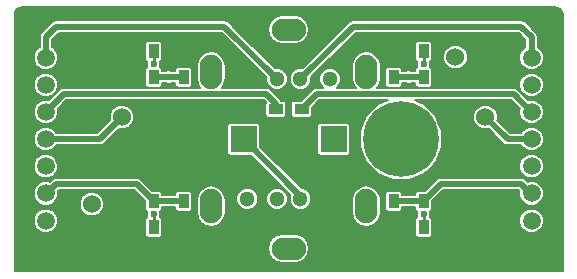
<source format=gtl>
G04 #@! TF.FileFunction,Copper,L1,Top,Signal*
%FSLAX46Y46*%
G04 Gerber Fmt 4.6, Leading zero omitted, Abs format (unit mm)*
G04 Created by KiCad (PCBNEW (2016-03-06 BZR 6610)-product) date 2016 April 20, Wednesday 18:41:49*
%MOMM*%
G01*
G04 APERTURE LIST*
%ADD10C,0.100000*%
%ADD11R,0.900000X1.200000*%
%ADD12C,1.300000*%
%ADD13O,1.900000X2.900000*%
%ADD14O,2.900000X1.900000*%
%ADD15C,6.400000*%
%ADD16C,0.600000*%
%ADD17C,1.524000*%
%ADD18C,1.500000*%
%ADD19R,1.200000X0.900000*%
%ADD20R,2.235200X2.235200*%
%ADD21C,0.500000*%
%ADD22C,0.250000*%
%ADD23C,0.152400*%
G04 APERTURE END LIST*
D10*
D11*
X138570000Y-105250000D03*
X138570000Y-107450000D03*
X141110000Y-107450000D03*
X141110000Y-105250000D03*
X158890000Y-105250000D03*
X158890000Y-107450000D03*
X161430000Y-107450000D03*
X161430000Y-105250000D03*
X138570000Y-94750000D03*
X138570000Y-92550000D03*
X141110000Y-92550000D03*
X141110000Y-94750000D03*
X158890000Y-94750000D03*
X158890000Y-92550000D03*
X161430000Y-92550000D03*
X161430000Y-94750000D03*
D12*
X146500000Y-94920000D03*
X149000000Y-94920000D03*
X151000000Y-94920000D03*
X153500000Y-94920000D03*
D13*
X143430000Y-94320000D03*
X156570000Y-94320000D03*
D14*
X150000000Y-90740000D03*
D15*
X159525000Y-100000000D03*
D16*
X161925000Y-100000000D03*
X161222056Y-101697056D03*
X159525000Y-102400000D03*
X157827944Y-101697056D03*
X157125000Y-100000000D03*
X157827944Y-98302944D03*
X159525000Y-97600000D03*
X161222056Y-98302944D03*
D15*
X140475000Y-100000000D03*
D16*
X142875000Y-100000000D03*
X142172056Y-101697056D03*
X140475000Y-102400000D03*
X138777944Y-101697056D03*
X138075000Y-100000000D03*
X138777944Y-98302944D03*
X140475000Y-97600000D03*
X142172056Y-98302944D03*
D17*
X133335000Y-93054000D03*
X135875000Y-98134000D03*
X133335000Y-105500000D03*
X164125000Y-93054000D03*
X166665000Y-98134000D03*
X164125000Y-105500000D03*
D18*
X129435000Y-93100000D03*
X129435000Y-95400000D03*
X129435000Y-97700000D03*
X129435000Y-100000000D03*
X129435000Y-102300000D03*
X129435000Y-104600000D03*
X129435000Y-106900000D03*
X170565000Y-93100000D03*
X170565000Y-95400000D03*
X170565000Y-97700000D03*
X170565000Y-100000000D03*
X170565000Y-102300000D03*
X170565000Y-104600000D03*
X170565000Y-106900000D03*
D19*
X151100000Y-97460000D03*
X148900000Y-97460000D03*
D20*
X146190000Y-100000000D03*
X153810000Y-100000000D03*
D12*
X153500000Y-105080000D03*
X151000000Y-105080000D03*
X149000000Y-105080000D03*
X146500000Y-105080000D03*
D13*
X156570000Y-105680000D03*
X143430000Y-105680000D03*
D14*
X150000000Y-109260000D03*
D16*
X161430000Y-106350000D03*
X138570000Y-106350000D03*
X138570000Y-93650000D03*
X161430000Y-93650000D03*
X139840000Y-94750000D03*
X160160000Y-94750000D03*
D21*
X140475000Y-100000000D02*
X141745000Y-100000000D01*
X141745000Y-100000000D02*
X144920000Y-103175000D01*
X144920000Y-103175000D02*
X144920000Y-107620000D01*
X153500000Y-105080000D02*
X153500000Y-107620000D01*
X153500000Y-107620000D02*
X153810000Y-107620000D01*
X158890000Y-107450000D02*
X158425000Y-107450000D01*
X158255000Y-107620000D02*
X153810000Y-107620000D01*
X153810000Y-107620000D02*
X144920000Y-107620000D01*
X144920000Y-107620000D02*
X141280000Y-107620000D01*
X158425000Y-107450000D02*
X158255000Y-107620000D01*
X141280000Y-107620000D02*
X141110000Y-107450000D01*
D22*
X141110000Y-92550000D02*
X141575000Y-92550000D01*
X143650000Y-91745000D02*
X146500000Y-94595000D01*
X142380000Y-91745000D02*
X143650000Y-91745000D01*
X141575000Y-92550000D02*
X142380000Y-91745000D01*
X146500000Y-94595000D02*
X146500000Y-94920000D01*
X164125000Y-105500000D02*
X164125000Y-108890000D01*
X164125000Y-108890000D02*
X163970000Y-108890000D01*
X158890000Y-107450000D02*
X158890000Y-108255000D01*
X158890000Y-91745000D02*
X158890000Y-92550000D01*
X159525000Y-91110000D02*
X158890000Y-91745000D01*
X165240000Y-91110000D02*
X159525000Y-91110000D01*
X168415000Y-94285000D02*
X165240000Y-91110000D01*
X171590000Y-94285000D02*
X168415000Y-94285000D01*
X172225000Y-94920000D02*
X171590000Y-94285000D01*
X172225000Y-108255000D02*
X172225000Y-94920000D01*
X171590000Y-108890000D02*
X172225000Y-108255000D01*
X159525000Y-108890000D02*
X163970000Y-108890000D01*
X163970000Y-108890000D02*
X171590000Y-108890000D01*
X158890000Y-108255000D02*
X159525000Y-108890000D01*
X141110000Y-92550000D02*
X141110000Y-91745000D01*
X135279000Y-91110000D02*
X133335000Y-93054000D01*
X140475000Y-91110000D02*
X135279000Y-91110000D01*
X141110000Y-91745000D02*
X140475000Y-91110000D01*
X141110000Y-107450000D02*
X141110000Y-108890000D01*
X132104000Y-94285000D02*
X133335000Y-93054000D01*
X128410000Y-94285000D02*
X132104000Y-94285000D01*
X127775000Y-94920000D02*
X128410000Y-94285000D01*
X127775000Y-108890000D02*
X127775000Y-94920000D01*
X128410000Y-109525000D02*
X127775000Y-108890000D01*
X140475000Y-109525000D02*
X128410000Y-109525000D01*
X141110000Y-108890000D02*
X140475000Y-109525000D01*
D21*
X151000000Y-105080000D02*
X151000000Y-104810000D01*
X151000000Y-104810000D02*
X146190000Y-100000000D01*
X129435000Y-93100000D02*
X129435000Y-91355000D01*
X144555000Y-90475000D02*
X149000000Y-94920000D01*
X130315000Y-90475000D02*
X144555000Y-90475000D01*
X129435000Y-91355000D02*
X130315000Y-90475000D01*
X170565000Y-93100000D02*
X170565000Y-91355000D01*
X155445000Y-90475000D02*
X151000000Y-94920000D01*
X169685000Y-90475000D02*
X155445000Y-90475000D01*
X170565000Y-91355000D02*
X169685000Y-90475000D01*
D22*
X161430000Y-107450000D02*
X161430000Y-106350000D01*
X138570000Y-106350000D02*
X138570000Y-107450000D01*
X138570000Y-92550000D02*
X138570000Y-93650000D01*
X161430000Y-92550000D02*
X161430000Y-93650000D01*
D21*
X129435000Y-104600000D02*
X129525000Y-104600000D01*
X129525000Y-104600000D02*
X130315000Y-103810000D01*
X130315000Y-103810000D02*
X137130000Y-103810000D01*
X137130000Y-103810000D02*
X138570000Y-105250000D01*
X138570000Y-105250000D02*
X141110000Y-105250000D01*
X170565000Y-104600000D02*
X170475000Y-104600000D01*
X170475000Y-104600000D02*
X169685000Y-103810000D01*
X169685000Y-103810000D02*
X162870000Y-103810000D01*
X162870000Y-103810000D02*
X161430000Y-105250000D01*
X158890000Y-105250000D02*
X161430000Y-105250000D01*
X138570000Y-94750000D02*
X139840000Y-94750000D01*
X139840000Y-94750000D02*
X141110000Y-94750000D01*
X158890000Y-94750000D02*
X160160000Y-94750000D01*
X160160000Y-94750000D02*
X161430000Y-94750000D01*
X129435000Y-100000000D02*
X134009000Y-100000000D01*
X134009000Y-100000000D02*
X135875000Y-98134000D01*
X170565000Y-100000000D02*
X168531000Y-100000000D01*
X168531000Y-100000000D02*
X166665000Y-98134000D01*
X170565000Y-97700000D02*
X170560000Y-97700000D01*
X170560000Y-97700000D02*
X169050000Y-96190000D01*
X169050000Y-96190000D02*
X152370000Y-96190000D01*
X152370000Y-96190000D02*
X151100000Y-97460000D01*
X129435000Y-97700000D02*
X129440000Y-97700000D01*
X129440000Y-97700000D02*
X130950000Y-96190000D01*
X130950000Y-96190000D02*
X148095000Y-96190000D01*
X148095000Y-96190000D02*
X148900000Y-96995000D01*
X148900000Y-96995000D02*
X148900000Y-97460000D01*
D23*
G36*
X172765161Y-88859845D02*
X172989954Y-89010047D01*
X173140155Y-89234838D01*
X173198800Y-89529668D01*
X173198800Y-111198800D01*
X126801200Y-111198800D01*
X126801200Y-109260000D01*
X148239982Y-109260000D01*
X148333321Y-109729246D01*
X148599128Y-110127054D01*
X148996936Y-110392861D01*
X149466182Y-110486200D01*
X150533818Y-110486200D01*
X151003064Y-110392861D01*
X151400872Y-110127054D01*
X151666679Y-109729246D01*
X151760018Y-109260000D01*
X151666679Y-108790754D01*
X151400872Y-108392946D01*
X151003064Y-108127139D01*
X150533818Y-108033800D01*
X149466182Y-108033800D01*
X148996936Y-108127139D01*
X148599128Y-108392946D01*
X148333321Y-108790754D01*
X148239982Y-109260000D01*
X126801200Y-109260000D01*
X126801200Y-107103228D01*
X128408623Y-107103228D01*
X128564523Y-107480536D01*
X128852946Y-107769462D01*
X129229981Y-107926021D01*
X129638228Y-107926377D01*
X130015536Y-107770477D01*
X130304462Y-107482054D01*
X130461021Y-107105019D01*
X130461377Y-106696772D01*
X130305477Y-106319464D01*
X130017054Y-106030538D01*
X129640019Y-105873979D01*
X129231772Y-105873623D01*
X128854464Y-106029523D01*
X128565538Y-106317946D01*
X128408979Y-106694981D01*
X128408623Y-107103228D01*
X126801200Y-107103228D01*
X126801200Y-105705605D01*
X132296620Y-105705605D01*
X132454343Y-106087325D01*
X132746139Y-106379630D01*
X133127583Y-106538020D01*
X133540605Y-106538380D01*
X133922325Y-106380657D01*
X134214630Y-106088861D01*
X134373020Y-105707417D01*
X134373380Y-105294395D01*
X134215657Y-104912675D01*
X133923861Y-104620370D01*
X133542417Y-104461980D01*
X133129395Y-104461620D01*
X132747675Y-104619343D01*
X132455370Y-104911139D01*
X132296980Y-105292583D01*
X132296620Y-105705605D01*
X126801200Y-105705605D01*
X126801200Y-104803228D01*
X128408623Y-104803228D01*
X128564523Y-105180536D01*
X128852946Y-105469462D01*
X129229981Y-105626021D01*
X129638228Y-105626377D01*
X130015536Y-105470477D01*
X130304462Y-105182054D01*
X130461021Y-104805019D01*
X130461367Y-104407792D01*
X130532959Y-104336200D01*
X136912040Y-104336200D01*
X137838389Y-105262548D01*
X137838389Y-105850000D01*
X137859825Y-105957768D01*
X137920871Y-106049129D01*
X138012232Y-106110175D01*
X138043133Y-106116321D01*
X137993901Y-106234884D01*
X137993701Y-106464110D01*
X138043108Y-106583684D01*
X138012232Y-106589825D01*
X137920871Y-106650871D01*
X137859825Y-106742232D01*
X137838389Y-106850000D01*
X137838389Y-108050000D01*
X137859825Y-108157768D01*
X137920871Y-108249129D01*
X138012232Y-108310175D01*
X138120000Y-108331611D01*
X139020000Y-108331611D01*
X139127768Y-108310175D01*
X139219129Y-108249129D01*
X139280175Y-108157768D01*
X139301611Y-108050000D01*
X139301611Y-106850000D01*
X139280175Y-106742232D01*
X139219129Y-106650871D01*
X139127768Y-106589825D01*
X139096867Y-106583679D01*
X139146099Y-106465116D01*
X139146299Y-106235890D01*
X139096892Y-106116316D01*
X139127768Y-106110175D01*
X139219129Y-106049129D01*
X139280175Y-105957768D01*
X139301611Y-105850000D01*
X139301611Y-105776200D01*
X140378389Y-105776200D01*
X140378389Y-105850000D01*
X140399825Y-105957768D01*
X140460871Y-106049129D01*
X140552232Y-106110175D01*
X140660000Y-106131611D01*
X141560000Y-106131611D01*
X141667768Y-106110175D01*
X141759129Y-106049129D01*
X141820175Y-105957768D01*
X141841611Y-105850000D01*
X141841611Y-105146182D01*
X142203800Y-105146182D01*
X142203800Y-106213818D01*
X142297139Y-106683064D01*
X142562946Y-107080872D01*
X142960754Y-107346679D01*
X143430000Y-107440018D01*
X143899246Y-107346679D01*
X144297054Y-107080872D01*
X144562861Y-106683064D01*
X144656200Y-106213818D01*
X144656200Y-105263424D01*
X145573640Y-105263424D01*
X145714348Y-105603965D01*
X145974665Y-105864736D01*
X146314959Y-106006039D01*
X146683424Y-106006360D01*
X147023965Y-105865652D01*
X147284736Y-105605335D01*
X147426039Y-105265041D01*
X147426040Y-105263424D01*
X148073640Y-105263424D01*
X148214348Y-105603965D01*
X148474665Y-105864736D01*
X148814959Y-106006039D01*
X149183424Y-106006360D01*
X149523965Y-105865652D01*
X149784736Y-105605335D01*
X149926039Y-105265041D01*
X149926360Y-104896576D01*
X149785652Y-104556035D01*
X149525335Y-104295264D01*
X149185041Y-104153961D01*
X148816576Y-104153640D01*
X148476035Y-104294348D01*
X148215264Y-104554665D01*
X148073961Y-104894959D01*
X148073640Y-105263424D01*
X147426040Y-105263424D01*
X147426360Y-104896576D01*
X147285652Y-104556035D01*
X147025335Y-104295264D01*
X146685041Y-104153961D01*
X146316576Y-104153640D01*
X145976035Y-104294348D01*
X145715264Y-104554665D01*
X145573961Y-104894959D01*
X145573640Y-105263424D01*
X144656200Y-105263424D01*
X144656200Y-105146182D01*
X144562861Y-104676936D01*
X144297054Y-104279128D01*
X143899246Y-104013321D01*
X143430000Y-103919982D01*
X142960754Y-104013321D01*
X142562946Y-104279128D01*
X142297139Y-104676936D01*
X142203800Y-105146182D01*
X141841611Y-105146182D01*
X141841611Y-104650000D01*
X141820175Y-104542232D01*
X141759129Y-104450871D01*
X141667768Y-104389825D01*
X141560000Y-104368389D01*
X140660000Y-104368389D01*
X140552232Y-104389825D01*
X140460871Y-104450871D01*
X140399825Y-104542232D01*
X140378389Y-104650000D01*
X140378389Y-104723800D01*
X139301611Y-104723800D01*
X139301611Y-104650000D01*
X139280175Y-104542232D01*
X139219129Y-104450871D01*
X139127768Y-104389825D01*
X139020000Y-104368389D01*
X138432548Y-104368389D01*
X137502080Y-103437920D01*
X137331368Y-103323855D01*
X137130000Y-103283799D01*
X137129995Y-103283800D01*
X130315005Y-103283800D01*
X130315000Y-103283799D01*
X130113632Y-103323855D01*
X129942920Y-103437920D01*
X129942918Y-103437923D01*
X129757909Y-103622931D01*
X129640019Y-103573979D01*
X129231772Y-103573623D01*
X128854464Y-103729523D01*
X128565538Y-104017946D01*
X128408979Y-104394981D01*
X128408623Y-104803228D01*
X126801200Y-104803228D01*
X126801200Y-102503228D01*
X128408623Y-102503228D01*
X128564523Y-102880536D01*
X128852946Y-103169462D01*
X129229981Y-103326021D01*
X129638228Y-103326377D01*
X130015536Y-103170477D01*
X130304462Y-102882054D01*
X130457246Y-102514110D01*
X139898701Y-102514110D01*
X139986237Y-102725964D01*
X140148183Y-102888193D01*
X140359884Y-102976099D01*
X140589110Y-102976299D01*
X140800964Y-102888763D01*
X140963193Y-102726817D01*
X141051099Y-102515116D01*
X141051299Y-102285890D01*
X140963763Y-102074036D01*
X140801817Y-101911807D01*
X140590116Y-101823901D01*
X140360890Y-101823701D01*
X140149036Y-101911237D01*
X139986807Y-102073183D01*
X139898901Y-102284884D01*
X139898701Y-102514110D01*
X130457246Y-102514110D01*
X130461021Y-102505019D01*
X130461377Y-102096772D01*
X130343368Y-101811166D01*
X138201645Y-101811166D01*
X138289181Y-102023020D01*
X138451127Y-102185249D01*
X138662828Y-102273155D01*
X138892054Y-102273355D01*
X139103908Y-102185819D01*
X139266137Y-102023873D01*
X139354043Y-101812172D01*
X139354043Y-101811166D01*
X141595757Y-101811166D01*
X141683293Y-102023020D01*
X141845239Y-102185249D01*
X142056940Y-102273155D01*
X142286166Y-102273355D01*
X142498020Y-102185819D01*
X142660249Y-102023873D01*
X142748155Y-101812172D01*
X142748355Y-101582946D01*
X142660819Y-101371092D01*
X142498873Y-101208863D01*
X142287172Y-101120957D01*
X142057946Y-101120757D01*
X141846092Y-101208293D01*
X141683863Y-101370239D01*
X141595957Y-101581940D01*
X141595757Y-101811166D01*
X139354043Y-101811166D01*
X139354243Y-101582946D01*
X139266707Y-101371092D01*
X139104761Y-101208863D01*
X138893060Y-101120957D01*
X138663834Y-101120757D01*
X138451980Y-101208293D01*
X138289751Y-101370239D01*
X138201845Y-101581940D01*
X138201645Y-101811166D01*
X130343368Y-101811166D01*
X130305477Y-101719464D01*
X130017054Y-101430538D01*
X129640019Y-101273979D01*
X129231772Y-101273623D01*
X128854464Y-101429523D01*
X128565538Y-101717946D01*
X128408979Y-102094981D01*
X128408623Y-102503228D01*
X126801200Y-102503228D01*
X126801200Y-100203228D01*
X128408623Y-100203228D01*
X128564523Y-100580536D01*
X128852946Y-100869462D01*
X129229981Y-101026021D01*
X129638228Y-101026377D01*
X130015536Y-100870477D01*
X130304462Y-100582054D01*
X130327655Y-100526200D01*
X134008995Y-100526200D01*
X134009000Y-100526201D01*
X134210368Y-100486145D01*
X134381080Y-100372080D01*
X134639049Y-100114110D01*
X137498701Y-100114110D01*
X137586237Y-100325964D01*
X137748183Y-100488193D01*
X137959884Y-100576099D01*
X138189110Y-100576299D01*
X138400964Y-100488763D01*
X138563193Y-100326817D01*
X138651099Y-100115116D01*
X138651099Y-100114110D01*
X142298701Y-100114110D01*
X142386237Y-100325964D01*
X142548183Y-100488193D01*
X142759884Y-100576099D01*
X142989110Y-100576299D01*
X143200964Y-100488763D01*
X143363193Y-100326817D01*
X143451099Y-100115116D01*
X143451299Y-99885890D01*
X143363763Y-99674036D01*
X143201817Y-99511807D01*
X142990116Y-99423901D01*
X142760890Y-99423701D01*
X142549036Y-99511237D01*
X142386807Y-99673183D01*
X142298901Y-99884884D01*
X142298701Y-100114110D01*
X138651099Y-100114110D01*
X138651299Y-99885890D01*
X138563763Y-99674036D01*
X138401817Y-99511807D01*
X138190116Y-99423901D01*
X137960890Y-99423701D01*
X137749036Y-99511237D01*
X137586807Y-99673183D01*
X137498901Y-99884884D01*
X137498701Y-100114110D01*
X134639049Y-100114110D01*
X135606502Y-99146657D01*
X135667583Y-99172020D01*
X136080605Y-99172380D01*
X136462325Y-99014657D01*
X136594812Y-98882400D01*
X144790789Y-98882400D01*
X144790789Y-101117600D01*
X144812225Y-101225368D01*
X144873271Y-101316729D01*
X144964632Y-101377775D01*
X145072400Y-101399211D01*
X146845051Y-101399211D01*
X150152253Y-104706412D01*
X150073961Y-104894959D01*
X150073640Y-105263424D01*
X150214348Y-105603965D01*
X150474665Y-105864736D01*
X150814959Y-106006039D01*
X151183424Y-106006360D01*
X151523965Y-105865652D01*
X151784736Y-105605335D01*
X151926039Y-105265041D01*
X151926142Y-105146182D01*
X155343800Y-105146182D01*
X155343800Y-106213818D01*
X155437139Y-106683064D01*
X155702946Y-107080872D01*
X156100754Y-107346679D01*
X156570000Y-107440018D01*
X157039246Y-107346679D01*
X157437054Y-107080872D01*
X157702861Y-106683064D01*
X157796200Y-106213818D01*
X157796200Y-105146182D01*
X157702861Y-104676936D01*
X157684863Y-104650000D01*
X158158389Y-104650000D01*
X158158389Y-105850000D01*
X158179825Y-105957768D01*
X158240871Y-106049129D01*
X158332232Y-106110175D01*
X158440000Y-106131611D01*
X159340000Y-106131611D01*
X159447768Y-106110175D01*
X159539129Y-106049129D01*
X159600175Y-105957768D01*
X159621611Y-105850000D01*
X159621611Y-105776200D01*
X160698389Y-105776200D01*
X160698389Y-105850000D01*
X160719825Y-105957768D01*
X160780871Y-106049129D01*
X160872232Y-106110175D01*
X160903133Y-106116321D01*
X160853901Y-106234884D01*
X160853701Y-106464110D01*
X160903108Y-106583684D01*
X160872232Y-106589825D01*
X160780871Y-106650871D01*
X160719825Y-106742232D01*
X160698389Y-106850000D01*
X160698389Y-108050000D01*
X160719825Y-108157768D01*
X160780871Y-108249129D01*
X160872232Y-108310175D01*
X160980000Y-108331611D01*
X161880000Y-108331611D01*
X161987768Y-108310175D01*
X162079129Y-108249129D01*
X162140175Y-108157768D01*
X162161611Y-108050000D01*
X162161611Y-107103228D01*
X169538623Y-107103228D01*
X169694523Y-107480536D01*
X169982946Y-107769462D01*
X170359981Y-107926021D01*
X170768228Y-107926377D01*
X171145536Y-107770477D01*
X171434462Y-107482054D01*
X171591021Y-107105019D01*
X171591377Y-106696772D01*
X171435477Y-106319464D01*
X171147054Y-106030538D01*
X170770019Y-105873979D01*
X170361772Y-105873623D01*
X169984464Y-106029523D01*
X169695538Y-106317946D01*
X169538979Y-106694981D01*
X169538623Y-107103228D01*
X162161611Y-107103228D01*
X162161611Y-106850000D01*
X162140175Y-106742232D01*
X162079129Y-106650871D01*
X161987768Y-106589825D01*
X161956867Y-106583679D01*
X162006099Y-106465116D01*
X162006299Y-106235890D01*
X161956892Y-106116316D01*
X161987768Y-106110175D01*
X162079129Y-106049129D01*
X162140175Y-105957768D01*
X162161611Y-105850000D01*
X162161611Y-105262549D01*
X163087959Y-104336200D01*
X169467040Y-104336200D01*
X169538968Y-104408127D01*
X169538623Y-104803228D01*
X169694523Y-105180536D01*
X169982946Y-105469462D01*
X170359981Y-105626021D01*
X170768228Y-105626377D01*
X171145536Y-105470477D01*
X171434462Y-105182054D01*
X171591021Y-104805019D01*
X171591377Y-104396772D01*
X171435477Y-104019464D01*
X171147054Y-103730538D01*
X170770019Y-103573979D01*
X170361772Y-103573623D01*
X170242192Y-103623032D01*
X170057080Y-103437920D01*
X169886368Y-103323855D01*
X169685000Y-103283799D01*
X169684995Y-103283800D01*
X162870005Y-103283800D01*
X162870000Y-103283799D01*
X162702042Y-103317209D01*
X162668632Y-103323855D01*
X162497920Y-103437920D01*
X162497918Y-103437923D01*
X161567451Y-104368389D01*
X160980000Y-104368389D01*
X160872232Y-104389825D01*
X160780871Y-104450871D01*
X160719825Y-104542232D01*
X160698389Y-104650000D01*
X160698389Y-104723800D01*
X159621611Y-104723800D01*
X159621611Y-104650000D01*
X159600175Y-104542232D01*
X159539129Y-104450871D01*
X159447768Y-104389825D01*
X159340000Y-104368389D01*
X158440000Y-104368389D01*
X158332232Y-104389825D01*
X158240871Y-104450871D01*
X158179825Y-104542232D01*
X158158389Y-104650000D01*
X157684863Y-104650000D01*
X157437054Y-104279128D01*
X157039246Y-104013321D01*
X156570000Y-103919982D01*
X156100754Y-104013321D01*
X155702946Y-104279128D01*
X155437139Y-104676936D01*
X155343800Y-105146182D01*
X151926142Y-105146182D01*
X151926360Y-104896576D01*
X151785652Y-104556035D01*
X151525335Y-104295264D01*
X151185041Y-104153961D01*
X151088036Y-104153876D01*
X147589211Y-100655051D01*
X147589211Y-98882400D01*
X152410789Y-98882400D01*
X152410789Y-101117600D01*
X152432225Y-101225368D01*
X152493271Y-101316729D01*
X152584632Y-101377775D01*
X152692400Y-101399211D01*
X154927600Y-101399211D01*
X155035368Y-101377775D01*
X155126729Y-101316729D01*
X155187775Y-101225368D01*
X155209211Y-101117600D01*
X155209211Y-98882400D01*
X155187775Y-98774632D01*
X155126729Y-98683271D01*
X155035368Y-98622225D01*
X154927600Y-98600789D01*
X152692400Y-98600789D01*
X152584632Y-98622225D01*
X152493271Y-98683271D01*
X152432225Y-98774632D01*
X152410789Y-98882400D01*
X147589211Y-98882400D01*
X147567775Y-98774632D01*
X147506729Y-98683271D01*
X147415368Y-98622225D01*
X147307600Y-98600789D01*
X145072400Y-98600789D01*
X144964632Y-98622225D01*
X144873271Y-98683271D01*
X144812225Y-98774632D01*
X144790789Y-98882400D01*
X136594812Y-98882400D01*
X136754630Y-98722861D01*
X136881612Y-98417054D01*
X138201645Y-98417054D01*
X138289181Y-98628908D01*
X138451127Y-98791137D01*
X138662828Y-98879043D01*
X138892054Y-98879243D01*
X139103908Y-98791707D01*
X139266137Y-98629761D01*
X139354043Y-98418060D01*
X139354043Y-98417054D01*
X141595757Y-98417054D01*
X141683293Y-98628908D01*
X141845239Y-98791137D01*
X142056940Y-98879043D01*
X142286166Y-98879243D01*
X142498020Y-98791707D01*
X142660249Y-98629761D01*
X142748155Y-98418060D01*
X142748355Y-98188834D01*
X142660819Y-97976980D01*
X142498873Y-97814751D01*
X142287172Y-97726845D01*
X142057946Y-97726645D01*
X141846092Y-97814181D01*
X141683863Y-97976127D01*
X141595957Y-98187828D01*
X141595757Y-98417054D01*
X139354043Y-98417054D01*
X139354243Y-98188834D01*
X139266707Y-97976980D01*
X139104761Y-97814751D01*
X138893060Y-97726845D01*
X138663834Y-97726645D01*
X138451980Y-97814181D01*
X138289751Y-97976127D01*
X138201845Y-98187828D01*
X138201645Y-98417054D01*
X136881612Y-98417054D01*
X136913020Y-98341417D01*
X136913380Y-97928395D01*
X136824840Y-97714110D01*
X139898701Y-97714110D01*
X139986237Y-97925964D01*
X140148183Y-98088193D01*
X140359884Y-98176099D01*
X140589110Y-98176299D01*
X140800964Y-98088763D01*
X140963193Y-97926817D01*
X141051099Y-97715116D01*
X141051299Y-97485890D01*
X140963763Y-97274036D01*
X140801817Y-97111807D01*
X140590116Y-97023901D01*
X140360890Y-97023701D01*
X140149036Y-97111237D01*
X139986807Y-97273183D01*
X139898901Y-97484884D01*
X139898701Y-97714110D01*
X136824840Y-97714110D01*
X136755657Y-97546675D01*
X136463861Y-97254370D01*
X136082417Y-97095980D01*
X135669395Y-97095620D01*
X135287675Y-97253343D01*
X134995370Y-97545139D01*
X134836980Y-97926583D01*
X134836620Y-98339605D01*
X134862530Y-98402311D01*
X133791040Y-99473800D01*
X130327928Y-99473800D01*
X130305477Y-99419464D01*
X130017054Y-99130538D01*
X129640019Y-98973979D01*
X129231772Y-98973623D01*
X128854464Y-99129523D01*
X128565538Y-99417946D01*
X128408979Y-99794981D01*
X128408623Y-100203228D01*
X126801200Y-100203228D01*
X126801200Y-97903228D01*
X128408623Y-97903228D01*
X128564523Y-98280536D01*
X128852946Y-98569462D01*
X129229981Y-98726021D01*
X129638228Y-98726377D01*
X130015536Y-98570477D01*
X130304462Y-98282054D01*
X130461021Y-97905019D01*
X130461377Y-97496772D01*
X130439744Y-97444416D01*
X131167959Y-96716200D01*
X147877040Y-96716200D01*
X148049136Y-96888296D01*
X148039825Y-96902232D01*
X148018389Y-97010000D01*
X148018389Y-97910000D01*
X148039825Y-98017768D01*
X148100871Y-98109129D01*
X148192232Y-98170175D01*
X148300000Y-98191611D01*
X149500000Y-98191611D01*
X149607768Y-98170175D01*
X149699129Y-98109129D01*
X149760175Y-98017768D01*
X149781611Y-97910000D01*
X149781611Y-97010000D01*
X150218389Y-97010000D01*
X150218389Y-97910000D01*
X150239825Y-98017768D01*
X150300871Y-98109129D01*
X150392232Y-98170175D01*
X150500000Y-98191611D01*
X151700000Y-98191611D01*
X151807768Y-98170175D01*
X151899129Y-98109129D01*
X151960175Y-98017768D01*
X151981611Y-97910000D01*
X151981611Y-97322549D01*
X152587959Y-96716200D01*
X158369474Y-96716200D01*
X157558463Y-97051303D01*
X156579739Y-98028320D01*
X156049405Y-99305507D01*
X156048198Y-100688425D01*
X156576303Y-101966537D01*
X157553320Y-102945261D01*
X158830507Y-103475595D01*
X160213425Y-103476802D01*
X161491537Y-102948697D01*
X161937784Y-102503228D01*
X169538623Y-102503228D01*
X169694523Y-102880536D01*
X169982946Y-103169462D01*
X170359981Y-103326021D01*
X170768228Y-103326377D01*
X171145536Y-103170477D01*
X171434462Y-102882054D01*
X171591021Y-102505019D01*
X171591377Y-102096772D01*
X171435477Y-101719464D01*
X171147054Y-101430538D01*
X170770019Y-101273979D01*
X170361772Y-101273623D01*
X169984464Y-101429523D01*
X169695538Y-101717946D01*
X169538979Y-102094981D01*
X169538623Y-102503228D01*
X161937784Y-102503228D01*
X162470261Y-101971680D01*
X163000595Y-100694493D01*
X163001802Y-99311575D01*
X162600193Y-98339605D01*
X165626620Y-98339605D01*
X165784343Y-98721325D01*
X166076139Y-99013630D01*
X166457583Y-99172020D01*
X166870605Y-99172380D01*
X166933311Y-99146471D01*
X168158918Y-100372077D01*
X168158920Y-100372080D01*
X168329632Y-100486145D01*
X168363042Y-100492791D01*
X168531000Y-100526201D01*
X168531005Y-100526200D01*
X169672072Y-100526200D01*
X169694523Y-100580536D01*
X169982946Y-100869462D01*
X170359981Y-101026021D01*
X170768228Y-101026377D01*
X171145536Y-100870477D01*
X171434462Y-100582054D01*
X171591021Y-100205019D01*
X171591377Y-99796772D01*
X171435477Y-99419464D01*
X171147054Y-99130538D01*
X170770019Y-98973979D01*
X170361772Y-98973623D01*
X169984464Y-99129523D01*
X169695538Y-99417946D01*
X169672345Y-99473800D01*
X168748959Y-99473800D01*
X167677657Y-98402497D01*
X167703020Y-98341417D01*
X167703380Y-97928395D01*
X167545657Y-97546675D01*
X167253861Y-97254370D01*
X166872417Y-97095980D01*
X166459395Y-97095620D01*
X166077675Y-97253343D01*
X165785370Y-97545139D01*
X165626980Y-97926583D01*
X165626620Y-98339605D01*
X162600193Y-98339605D01*
X162473697Y-98033463D01*
X161496680Y-97054739D01*
X160681387Y-96716200D01*
X168832040Y-96716200D01*
X169560058Y-97444217D01*
X169538979Y-97494981D01*
X169538623Y-97903228D01*
X169694523Y-98280536D01*
X169982946Y-98569462D01*
X170359981Y-98726021D01*
X170768228Y-98726377D01*
X171145536Y-98570477D01*
X171434462Y-98282054D01*
X171591021Y-97905019D01*
X171591377Y-97496772D01*
X171435477Y-97119464D01*
X171147054Y-96830538D01*
X170770019Y-96673979D01*
X170361772Y-96673623D01*
X170302339Y-96698180D01*
X169422080Y-95817920D01*
X169251368Y-95703855D01*
X169050000Y-95663799D01*
X169049995Y-95663800D01*
X157475188Y-95663800D01*
X157702861Y-95323064D01*
X157796200Y-94853818D01*
X157796200Y-94150000D01*
X158158389Y-94150000D01*
X158158389Y-95350000D01*
X158179825Y-95457768D01*
X158240871Y-95549129D01*
X158332232Y-95610175D01*
X158440000Y-95631611D01*
X159340000Y-95631611D01*
X159447768Y-95610175D01*
X159539129Y-95549129D01*
X159600175Y-95457768D01*
X159621611Y-95350000D01*
X159621611Y-95276200D01*
X159924714Y-95276200D01*
X160044884Y-95326099D01*
X160274110Y-95326299D01*
X160395359Y-95276200D01*
X160698389Y-95276200D01*
X160698389Y-95350000D01*
X160719825Y-95457768D01*
X160780871Y-95549129D01*
X160872232Y-95610175D01*
X160980000Y-95631611D01*
X161880000Y-95631611D01*
X161987768Y-95610175D01*
X161998164Y-95603228D01*
X169538623Y-95603228D01*
X169694523Y-95980536D01*
X169982946Y-96269462D01*
X170359981Y-96426021D01*
X170768228Y-96426377D01*
X171145536Y-96270477D01*
X171434462Y-95982054D01*
X171591021Y-95605019D01*
X171591377Y-95196772D01*
X171435477Y-94819464D01*
X171147054Y-94530538D01*
X170770019Y-94373979D01*
X170361772Y-94373623D01*
X169984464Y-94529523D01*
X169695538Y-94817946D01*
X169538979Y-95194981D01*
X169538623Y-95603228D01*
X161998164Y-95603228D01*
X162079129Y-95549129D01*
X162140175Y-95457768D01*
X162161611Y-95350000D01*
X162161611Y-94150000D01*
X162140175Y-94042232D01*
X162079129Y-93950871D01*
X161987768Y-93889825D01*
X161956867Y-93883679D01*
X162006099Y-93765116D01*
X162006299Y-93535890D01*
X161956892Y-93416316D01*
X161987768Y-93410175D01*
X162079129Y-93349129D01*
X162138947Y-93259605D01*
X163086620Y-93259605D01*
X163244343Y-93641325D01*
X163536139Y-93933630D01*
X163917583Y-94092020D01*
X164330605Y-94092380D01*
X164712325Y-93934657D01*
X165004630Y-93642861D01*
X165163020Y-93261417D01*
X165163380Y-92848395D01*
X165005657Y-92466675D01*
X164713861Y-92174370D01*
X164332417Y-92015980D01*
X163919395Y-92015620D01*
X163537675Y-92173343D01*
X163245370Y-92465139D01*
X163086980Y-92846583D01*
X163086620Y-93259605D01*
X162138947Y-93259605D01*
X162140175Y-93257768D01*
X162161611Y-93150000D01*
X162161611Y-91950000D01*
X162140175Y-91842232D01*
X162079129Y-91750871D01*
X161987768Y-91689825D01*
X161880000Y-91668389D01*
X160980000Y-91668389D01*
X160872232Y-91689825D01*
X160780871Y-91750871D01*
X160719825Y-91842232D01*
X160698389Y-91950000D01*
X160698389Y-93150000D01*
X160719825Y-93257768D01*
X160780871Y-93349129D01*
X160872232Y-93410175D01*
X160903133Y-93416321D01*
X160853901Y-93534884D01*
X160853701Y-93764110D01*
X160903108Y-93883684D01*
X160872232Y-93889825D01*
X160780871Y-93950871D01*
X160719825Y-94042232D01*
X160698389Y-94150000D01*
X160698389Y-94223800D01*
X160395286Y-94223800D01*
X160275116Y-94173901D01*
X160045890Y-94173701D01*
X159924641Y-94223800D01*
X159621611Y-94223800D01*
X159621611Y-94150000D01*
X159600175Y-94042232D01*
X159539129Y-93950871D01*
X159447768Y-93889825D01*
X159340000Y-93868389D01*
X158440000Y-93868389D01*
X158332232Y-93889825D01*
X158240871Y-93950871D01*
X158179825Y-94042232D01*
X158158389Y-94150000D01*
X157796200Y-94150000D01*
X157796200Y-93786182D01*
X157702861Y-93316936D01*
X157437054Y-92919128D01*
X157039246Y-92653321D01*
X156570000Y-92559982D01*
X156100754Y-92653321D01*
X155702946Y-92919128D01*
X155437139Y-93316936D01*
X155343800Y-93786182D01*
X155343800Y-94853818D01*
X155437139Y-95323064D01*
X155664812Y-95663800D01*
X154065890Y-95663800D01*
X154284736Y-95445335D01*
X154426039Y-95105041D01*
X154426360Y-94736576D01*
X154285652Y-94396035D01*
X154025335Y-94135264D01*
X153685041Y-93993961D01*
X153316576Y-93993640D01*
X152976035Y-94134348D01*
X152715264Y-94394665D01*
X152573961Y-94734959D01*
X152573640Y-95103424D01*
X152714348Y-95443965D01*
X152933800Y-95663800D01*
X152370000Y-95663800D01*
X152168632Y-95703855D01*
X151997920Y-95817920D01*
X151997918Y-95817923D01*
X151087451Y-96728389D01*
X150500000Y-96728389D01*
X150392232Y-96749825D01*
X150300871Y-96810871D01*
X150239825Y-96902232D01*
X150218389Y-97010000D01*
X149781611Y-97010000D01*
X149760175Y-96902232D01*
X149699129Y-96810871D01*
X149607768Y-96749825D01*
X149500000Y-96728389D01*
X149342551Y-96728389D01*
X149272080Y-96622920D01*
X148467080Y-95817920D01*
X148296368Y-95703855D01*
X148095000Y-95663799D01*
X148094995Y-95663800D01*
X144335188Y-95663800D01*
X144562861Y-95323064D01*
X144656200Y-94853818D01*
X144656200Y-93786182D01*
X144562861Y-93316936D01*
X144297054Y-92919128D01*
X143899246Y-92653321D01*
X143430000Y-92559982D01*
X142960754Y-92653321D01*
X142562946Y-92919128D01*
X142297139Y-93316936D01*
X142203800Y-93786182D01*
X142203800Y-94853818D01*
X142297139Y-95323064D01*
X142524812Y-95663800D01*
X130950000Y-95663800D01*
X130748632Y-95703855D01*
X130577920Y-95817920D01*
X130577918Y-95817923D01*
X129697848Y-96697992D01*
X129640019Y-96673979D01*
X129231772Y-96673623D01*
X128854464Y-96829523D01*
X128565538Y-97117946D01*
X128408979Y-97494981D01*
X128408623Y-97903228D01*
X126801200Y-97903228D01*
X126801200Y-95603228D01*
X128408623Y-95603228D01*
X128564523Y-95980536D01*
X128852946Y-96269462D01*
X129229981Y-96426021D01*
X129638228Y-96426377D01*
X130015536Y-96270477D01*
X130304462Y-95982054D01*
X130461021Y-95605019D01*
X130461377Y-95196772D01*
X130305477Y-94819464D01*
X130017054Y-94530538D01*
X129640019Y-94373979D01*
X129231772Y-94373623D01*
X128854464Y-94529523D01*
X128565538Y-94817946D01*
X128408979Y-95194981D01*
X128408623Y-95603228D01*
X126801200Y-95603228D01*
X126801200Y-93303228D01*
X128408623Y-93303228D01*
X128564523Y-93680536D01*
X128852946Y-93969462D01*
X129229981Y-94126021D01*
X129638228Y-94126377D01*
X130015536Y-93970477D01*
X130304462Y-93682054D01*
X130461021Y-93305019D01*
X130461377Y-92896772D01*
X130305477Y-92519464D01*
X130017054Y-92230538D01*
X129961200Y-92207345D01*
X129961200Y-91950000D01*
X137838389Y-91950000D01*
X137838389Y-93150000D01*
X137859825Y-93257768D01*
X137920871Y-93349129D01*
X138012232Y-93410175D01*
X138043133Y-93416321D01*
X137993901Y-93534884D01*
X137993701Y-93764110D01*
X138043108Y-93883684D01*
X138012232Y-93889825D01*
X137920871Y-93950871D01*
X137859825Y-94042232D01*
X137838389Y-94150000D01*
X137838389Y-95350000D01*
X137859825Y-95457768D01*
X137920871Y-95549129D01*
X138012232Y-95610175D01*
X138120000Y-95631611D01*
X139020000Y-95631611D01*
X139127768Y-95610175D01*
X139219129Y-95549129D01*
X139280175Y-95457768D01*
X139301611Y-95350000D01*
X139301611Y-95276200D01*
X139604714Y-95276200D01*
X139724884Y-95326099D01*
X139954110Y-95326299D01*
X140075359Y-95276200D01*
X140378389Y-95276200D01*
X140378389Y-95350000D01*
X140399825Y-95457768D01*
X140460871Y-95549129D01*
X140552232Y-95610175D01*
X140660000Y-95631611D01*
X141560000Y-95631611D01*
X141667768Y-95610175D01*
X141759129Y-95549129D01*
X141820175Y-95457768D01*
X141841611Y-95350000D01*
X141841611Y-94150000D01*
X141820175Y-94042232D01*
X141759129Y-93950871D01*
X141667768Y-93889825D01*
X141560000Y-93868389D01*
X140660000Y-93868389D01*
X140552232Y-93889825D01*
X140460871Y-93950871D01*
X140399825Y-94042232D01*
X140378389Y-94150000D01*
X140378389Y-94223800D01*
X140075286Y-94223800D01*
X139955116Y-94173901D01*
X139725890Y-94173701D01*
X139604641Y-94223800D01*
X139301611Y-94223800D01*
X139301611Y-94150000D01*
X139280175Y-94042232D01*
X139219129Y-93950871D01*
X139127768Y-93889825D01*
X139096867Y-93883679D01*
X139146099Y-93765116D01*
X139146299Y-93535890D01*
X139096892Y-93416316D01*
X139127768Y-93410175D01*
X139219129Y-93349129D01*
X139280175Y-93257768D01*
X139301611Y-93150000D01*
X139301611Y-91950000D01*
X139280175Y-91842232D01*
X139219129Y-91750871D01*
X139127768Y-91689825D01*
X139020000Y-91668389D01*
X138120000Y-91668389D01*
X138012232Y-91689825D01*
X137920871Y-91750871D01*
X137859825Y-91842232D01*
X137838389Y-91950000D01*
X129961200Y-91950000D01*
X129961200Y-91572960D01*
X130532960Y-91001200D01*
X144337040Y-91001200D01*
X148073958Y-94738117D01*
X148073640Y-95103424D01*
X148214348Y-95443965D01*
X148474665Y-95704736D01*
X148814959Y-95846039D01*
X149183424Y-95846360D01*
X149523965Y-95705652D01*
X149784736Y-95445335D01*
X149926039Y-95105041D01*
X149926040Y-95103424D01*
X150073640Y-95103424D01*
X150214348Y-95443965D01*
X150474665Y-95704736D01*
X150814959Y-95846039D01*
X151183424Y-95846360D01*
X151523965Y-95705652D01*
X151784736Y-95445335D01*
X151926039Y-95105041D01*
X151926359Y-94737801D01*
X155662959Y-91001200D01*
X169467040Y-91001200D01*
X170038800Y-91572960D01*
X170038800Y-92207072D01*
X169984464Y-92229523D01*
X169695538Y-92517946D01*
X169538979Y-92894981D01*
X169538623Y-93303228D01*
X169694523Y-93680536D01*
X169982946Y-93969462D01*
X170359981Y-94126021D01*
X170768228Y-94126377D01*
X171145536Y-93970477D01*
X171434462Y-93682054D01*
X171591021Y-93305019D01*
X171591377Y-92896772D01*
X171435477Y-92519464D01*
X171147054Y-92230538D01*
X171091200Y-92207345D01*
X171091200Y-91355005D01*
X171091201Y-91355000D01*
X171051145Y-91153632D01*
X170937080Y-90982920D01*
X170057080Y-90102920D01*
X169886368Y-89988855D01*
X169685000Y-89948799D01*
X169684995Y-89948800D01*
X155445000Y-89948800D01*
X155243632Y-89988855D01*
X155072920Y-90102920D01*
X155072918Y-90102923D01*
X151181882Y-93993958D01*
X150816576Y-93993640D01*
X150476035Y-94134348D01*
X150215264Y-94394665D01*
X150073961Y-94734959D01*
X150073640Y-95103424D01*
X149926040Y-95103424D01*
X149926360Y-94736576D01*
X149785652Y-94396035D01*
X149525335Y-94135264D01*
X149185041Y-93993961D01*
X148817800Y-93993641D01*
X145564160Y-90740000D01*
X148239982Y-90740000D01*
X148333321Y-91209246D01*
X148599128Y-91607054D01*
X148996936Y-91872861D01*
X149466182Y-91966200D01*
X150533818Y-91966200D01*
X151003064Y-91872861D01*
X151400872Y-91607054D01*
X151666679Y-91209246D01*
X151760018Y-90740000D01*
X151666679Y-90270754D01*
X151400872Y-89872946D01*
X151003064Y-89607139D01*
X150533818Y-89513800D01*
X149466182Y-89513800D01*
X148996936Y-89607139D01*
X148599128Y-89872946D01*
X148333321Y-90270754D01*
X148239982Y-90740000D01*
X145564160Y-90740000D01*
X144927080Y-90102920D01*
X144756368Y-89988855D01*
X144555000Y-89948799D01*
X144554995Y-89948800D01*
X130315005Y-89948800D01*
X130315000Y-89948799D01*
X130113632Y-89988855D01*
X129942920Y-90102920D01*
X129062920Y-90982920D01*
X128948855Y-91153632D01*
X128908799Y-91355000D01*
X128908800Y-91355005D01*
X128908800Y-92207072D01*
X128854464Y-92229523D01*
X128565538Y-92517946D01*
X128408979Y-92894981D01*
X128408623Y-93303228D01*
X126801200Y-93303228D01*
X126801200Y-89529668D01*
X126859845Y-89234839D01*
X127010047Y-89010046D01*
X127234838Y-88859845D01*
X127529668Y-88801200D01*
X172470332Y-88801200D01*
X172765161Y-88859845D01*
X172765161Y-88859845D01*
G37*
X172765161Y-88859845D02*
X172989954Y-89010047D01*
X173140155Y-89234838D01*
X173198800Y-89529668D01*
X173198800Y-111198800D01*
X126801200Y-111198800D01*
X126801200Y-109260000D01*
X148239982Y-109260000D01*
X148333321Y-109729246D01*
X148599128Y-110127054D01*
X148996936Y-110392861D01*
X149466182Y-110486200D01*
X150533818Y-110486200D01*
X151003064Y-110392861D01*
X151400872Y-110127054D01*
X151666679Y-109729246D01*
X151760018Y-109260000D01*
X151666679Y-108790754D01*
X151400872Y-108392946D01*
X151003064Y-108127139D01*
X150533818Y-108033800D01*
X149466182Y-108033800D01*
X148996936Y-108127139D01*
X148599128Y-108392946D01*
X148333321Y-108790754D01*
X148239982Y-109260000D01*
X126801200Y-109260000D01*
X126801200Y-107103228D01*
X128408623Y-107103228D01*
X128564523Y-107480536D01*
X128852946Y-107769462D01*
X129229981Y-107926021D01*
X129638228Y-107926377D01*
X130015536Y-107770477D01*
X130304462Y-107482054D01*
X130461021Y-107105019D01*
X130461377Y-106696772D01*
X130305477Y-106319464D01*
X130017054Y-106030538D01*
X129640019Y-105873979D01*
X129231772Y-105873623D01*
X128854464Y-106029523D01*
X128565538Y-106317946D01*
X128408979Y-106694981D01*
X128408623Y-107103228D01*
X126801200Y-107103228D01*
X126801200Y-105705605D01*
X132296620Y-105705605D01*
X132454343Y-106087325D01*
X132746139Y-106379630D01*
X133127583Y-106538020D01*
X133540605Y-106538380D01*
X133922325Y-106380657D01*
X134214630Y-106088861D01*
X134373020Y-105707417D01*
X134373380Y-105294395D01*
X134215657Y-104912675D01*
X133923861Y-104620370D01*
X133542417Y-104461980D01*
X133129395Y-104461620D01*
X132747675Y-104619343D01*
X132455370Y-104911139D01*
X132296980Y-105292583D01*
X132296620Y-105705605D01*
X126801200Y-105705605D01*
X126801200Y-104803228D01*
X128408623Y-104803228D01*
X128564523Y-105180536D01*
X128852946Y-105469462D01*
X129229981Y-105626021D01*
X129638228Y-105626377D01*
X130015536Y-105470477D01*
X130304462Y-105182054D01*
X130461021Y-104805019D01*
X130461367Y-104407792D01*
X130532959Y-104336200D01*
X136912040Y-104336200D01*
X137838389Y-105262548D01*
X137838389Y-105850000D01*
X137859825Y-105957768D01*
X137920871Y-106049129D01*
X138012232Y-106110175D01*
X138043133Y-106116321D01*
X137993901Y-106234884D01*
X137993701Y-106464110D01*
X138043108Y-106583684D01*
X138012232Y-106589825D01*
X137920871Y-106650871D01*
X137859825Y-106742232D01*
X137838389Y-106850000D01*
X137838389Y-108050000D01*
X137859825Y-108157768D01*
X137920871Y-108249129D01*
X138012232Y-108310175D01*
X138120000Y-108331611D01*
X139020000Y-108331611D01*
X139127768Y-108310175D01*
X139219129Y-108249129D01*
X139280175Y-108157768D01*
X139301611Y-108050000D01*
X139301611Y-106850000D01*
X139280175Y-106742232D01*
X139219129Y-106650871D01*
X139127768Y-106589825D01*
X139096867Y-106583679D01*
X139146099Y-106465116D01*
X139146299Y-106235890D01*
X139096892Y-106116316D01*
X139127768Y-106110175D01*
X139219129Y-106049129D01*
X139280175Y-105957768D01*
X139301611Y-105850000D01*
X139301611Y-105776200D01*
X140378389Y-105776200D01*
X140378389Y-105850000D01*
X140399825Y-105957768D01*
X140460871Y-106049129D01*
X140552232Y-106110175D01*
X140660000Y-106131611D01*
X141560000Y-106131611D01*
X141667768Y-106110175D01*
X141759129Y-106049129D01*
X141820175Y-105957768D01*
X141841611Y-105850000D01*
X141841611Y-105146182D01*
X142203800Y-105146182D01*
X142203800Y-106213818D01*
X142297139Y-106683064D01*
X142562946Y-107080872D01*
X142960754Y-107346679D01*
X143430000Y-107440018D01*
X143899246Y-107346679D01*
X144297054Y-107080872D01*
X144562861Y-106683064D01*
X144656200Y-106213818D01*
X144656200Y-105263424D01*
X145573640Y-105263424D01*
X145714348Y-105603965D01*
X145974665Y-105864736D01*
X146314959Y-106006039D01*
X146683424Y-106006360D01*
X147023965Y-105865652D01*
X147284736Y-105605335D01*
X147426039Y-105265041D01*
X147426040Y-105263424D01*
X148073640Y-105263424D01*
X148214348Y-105603965D01*
X148474665Y-105864736D01*
X148814959Y-106006039D01*
X149183424Y-106006360D01*
X149523965Y-105865652D01*
X149784736Y-105605335D01*
X149926039Y-105265041D01*
X149926360Y-104896576D01*
X149785652Y-104556035D01*
X149525335Y-104295264D01*
X149185041Y-104153961D01*
X148816576Y-104153640D01*
X148476035Y-104294348D01*
X148215264Y-104554665D01*
X148073961Y-104894959D01*
X148073640Y-105263424D01*
X147426040Y-105263424D01*
X147426360Y-104896576D01*
X147285652Y-104556035D01*
X147025335Y-104295264D01*
X146685041Y-104153961D01*
X146316576Y-104153640D01*
X145976035Y-104294348D01*
X145715264Y-104554665D01*
X145573961Y-104894959D01*
X145573640Y-105263424D01*
X144656200Y-105263424D01*
X144656200Y-105146182D01*
X144562861Y-104676936D01*
X144297054Y-104279128D01*
X143899246Y-104013321D01*
X143430000Y-103919982D01*
X142960754Y-104013321D01*
X142562946Y-104279128D01*
X142297139Y-104676936D01*
X142203800Y-105146182D01*
X141841611Y-105146182D01*
X141841611Y-104650000D01*
X141820175Y-104542232D01*
X141759129Y-104450871D01*
X141667768Y-104389825D01*
X141560000Y-104368389D01*
X140660000Y-104368389D01*
X140552232Y-104389825D01*
X140460871Y-104450871D01*
X140399825Y-104542232D01*
X140378389Y-104650000D01*
X140378389Y-104723800D01*
X139301611Y-104723800D01*
X139301611Y-104650000D01*
X139280175Y-104542232D01*
X139219129Y-104450871D01*
X139127768Y-104389825D01*
X139020000Y-104368389D01*
X138432548Y-104368389D01*
X137502080Y-103437920D01*
X137331368Y-103323855D01*
X137130000Y-103283799D01*
X137129995Y-103283800D01*
X130315005Y-103283800D01*
X130315000Y-103283799D01*
X130113632Y-103323855D01*
X129942920Y-103437920D01*
X129942918Y-103437923D01*
X129757909Y-103622931D01*
X129640019Y-103573979D01*
X129231772Y-103573623D01*
X128854464Y-103729523D01*
X128565538Y-104017946D01*
X128408979Y-104394981D01*
X128408623Y-104803228D01*
X126801200Y-104803228D01*
X126801200Y-102503228D01*
X128408623Y-102503228D01*
X128564523Y-102880536D01*
X128852946Y-103169462D01*
X129229981Y-103326021D01*
X129638228Y-103326377D01*
X130015536Y-103170477D01*
X130304462Y-102882054D01*
X130457246Y-102514110D01*
X139898701Y-102514110D01*
X139986237Y-102725964D01*
X140148183Y-102888193D01*
X140359884Y-102976099D01*
X140589110Y-102976299D01*
X140800964Y-102888763D01*
X140963193Y-102726817D01*
X141051099Y-102515116D01*
X141051299Y-102285890D01*
X140963763Y-102074036D01*
X140801817Y-101911807D01*
X140590116Y-101823901D01*
X140360890Y-101823701D01*
X140149036Y-101911237D01*
X139986807Y-102073183D01*
X139898901Y-102284884D01*
X139898701Y-102514110D01*
X130457246Y-102514110D01*
X130461021Y-102505019D01*
X130461377Y-102096772D01*
X130343368Y-101811166D01*
X138201645Y-101811166D01*
X138289181Y-102023020D01*
X138451127Y-102185249D01*
X138662828Y-102273155D01*
X138892054Y-102273355D01*
X139103908Y-102185819D01*
X139266137Y-102023873D01*
X139354043Y-101812172D01*
X139354043Y-101811166D01*
X141595757Y-101811166D01*
X141683293Y-102023020D01*
X141845239Y-102185249D01*
X142056940Y-102273155D01*
X142286166Y-102273355D01*
X142498020Y-102185819D01*
X142660249Y-102023873D01*
X142748155Y-101812172D01*
X142748355Y-101582946D01*
X142660819Y-101371092D01*
X142498873Y-101208863D01*
X142287172Y-101120957D01*
X142057946Y-101120757D01*
X141846092Y-101208293D01*
X141683863Y-101370239D01*
X141595957Y-101581940D01*
X141595757Y-101811166D01*
X139354043Y-101811166D01*
X139354243Y-101582946D01*
X139266707Y-101371092D01*
X139104761Y-101208863D01*
X138893060Y-101120957D01*
X138663834Y-101120757D01*
X138451980Y-101208293D01*
X138289751Y-101370239D01*
X138201845Y-101581940D01*
X138201645Y-101811166D01*
X130343368Y-101811166D01*
X130305477Y-101719464D01*
X130017054Y-101430538D01*
X129640019Y-101273979D01*
X129231772Y-101273623D01*
X128854464Y-101429523D01*
X128565538Y-101717946D01*
X128408979Y-102094981D01*
X128408623Y-102503228D01*
X126801200Y-102503228D01*
X126801200Y-100203228D01*
X128408623Y-100203228D01*
X128564523Y-100580536D01*
X128852946Y-100869462D01*
X129229981Y-101026021D01*
X129638228Y-101026377D01*
X130015536Y-100870477D01*
X130304462Y-100582054D01*
X130327655Y-100526200D01*
X134008995Y-100526200D01*
X134009000Y-100526201D01*
X134210368Y-100486145D01*
X134381080Y-100372080D01*
X134639049Y-100114110D01*
X137498701Y-100114110D01*
X137586237Y-100325964D01*
X137748183Y-100488193D01*
X137959884Y-100576099D01*
X138189110Y-100576299D01*
X138400964Y-100488763D01*
X138563193Y-100326817D01*
X138651099Y-100115116D01*
X138651099Y-100114110D01*
X142298701Y-100114110D01*
X142386237Y-100325964D01*
X142548183Y-100488193D01*
X142759884Y-100576099D01*
X142989110Y-100576299D01*
X143200964Y-100488763D01*
X143363193Y-100326817D01*
X143451099Y-100115116D01*
X143451299Y-99885890D01*
X143363763Y-99674036D01*
X143201817Y-99511807D01*
X142990116Y-99423901D01*
X142760890Y-99423701D01*
X142549036Y-99511237D01*
X142386807Y-99673183D01*
X142298901Y-99884884D01*
X142298701Y-100114110D01*
X138651099Y-100114110D01*
X138651299Y-99885890D01*
X138563763Y-99674036D01*
X138401817Y-99511807D01*
X138190116Y-99423901D01*
X137960890Y-99423701D01*
X137749036Y-99511237D01*
X137586807Y-99673183D01*
X137498901Y-99884884D01*
X137498701Y-100114110D01*
X134639049Y-100114110D01*
X135606502Y-99146657D01*
X135667583Y-99172020D01*
X136080605Y-99172380D01*
X136462325Y-99014657D01*
X136594812Y-98882400D01*
X144790789Y-98882400D01*
X144790789Y-101117600D01*
X144812225Y-101225368D01*
X144873271Y-101316729D01*
X144964632Y-101377775D01*
X145072400Y-101399211D01*
X146845051Y-101399211D01*
X150152253Y-104706412D01*
X150073961Y-104894959D01*
X150073640Y-105263424D01*
X150214348Y-105603965D01*
X150474665Y-105864736D01*
X150814959Y-106006039D01*
X151183424Y-106006360D01*
X151523965Y-105865652D01*
X151784736Y-105605335D01*
X151926039Y-105265041D01*
X151926142Y-105146182D01*
X155343800Y-105146182D01*
X155343800Y-106213818D01*
X155437139Y-106683064D01*
X155702946Y-107080872D01*
X156100754Y-107346679D01*
X156570000Y-107440018D01*
X157039246Y-107346679D01*
X157437054Y-107080872D01*
X157702861Y-106683064D01*
X157796200Y-106213818D01*
X157796200Y-105146182D01*
X157702861Y-104676936D01*
X157684863Y-104650000D01*
X158158389Y-104650000D01*
X158158389Y-105850000D01*
X158179825Y-105957768D01*
X158240871Y-106049129D01*
X158332232Y-106110175D01*
X158440000Y-106131611D01*
X159340000Y-106131611D01*
X159447768Y-106110175D01*
X159539129Y-106049129D01*
X159600175Y-105957768D01*
X159621611Y-105850000D01*
X159621611Y-105776200D01*
X160698389Y-105776200D01*
X160698389Y-105850000D01*
X160719825Y-105957768D01*
X160780871Y-106049129D01*
X160872232Y-106110175D01*
X160903133Y-106116321D01*
X160853901Y-106234884D01*
X160853701Y-106464110D01*
X160903108Y-106583684D01*
X160872232Y-106589825D01*
X160780871Y-106650871D01*
X160719825Y-106742232D01*
X160698389Y-106850000D01*
X160698389Y-108050000D01*
X160719825Y-108157768D01*
X160780871Y-108249129D01*
X160872232Y-108310175D01*
X160980000Y-108331611D01*
X161880000Y-108331611D01*
X161987768Y-108310175D01*
X162079129Y-108249129D01*
X162140175Y-108157768D01*
X162161611Y-108050000D01*
X162161611Y-107103228D01*
X169538623Y-107103228D01*
X169694523Y-107480536D01*
X169982946Y-107769462D01*
X170359981Y-107926021D01*
X170768228Y-107926377D01*
X171145536Y-107770477D01*
X171434462Y-107482054D01*
X171591021Y-107105019D01*
X171591377Y-106696772D01*
X171435477Y-106319464D01*
X171147054Y-106030538D01*
X170770019Y-105873979D01*
X170361772Y-105873623D01*
X169984464Y-106029523D01*
X169695538Y-106317946D01*
X169538979Y-106694981D01*
X169538623Y-107103228D01*
X162161611Y-107103228D01*
X162161611Y-106850000D01*
X162140175Y-106742232D01*
X162079129Y-106650871D01*
X161987768Y-106589825D01*
X161956867Y-106583679D01*
X162006099Y-106465116D01*
X162006299Y-106235890D01*
X161956892Y-106116316D01*
X161987768Y-106110175D01*
X162079129Y-106049129D01*
X162140175Y-105957768D01*
X162161611Y-105850000D01*
X162161611Y-105262549D01*
X163087959Y-104336200D01*
X169467040Y-104336200D01*
X169538968Y-104408127D01*
X169538623Y-104803228D01*
X169694523Y-105180536D01*
X169982946Y-105469462D01*
X170359981Y-105626021D01*
X170768228Y-105626377D01*
X171145536Y-105470477D01*
X171434462Y-105182054D01*
X171591021Y-104805019D01*
X171591377Y-104396772D01*
X171435477Y-104019464D01*
X171147054Y-103730538D01*
X170770019Y-103573979D01*
X170361772Y-103573623D01*
X170242192Y-103623032D01*
X170057080Y-103437920D01*
X169886368Y-103323855D01*
X169685000Y-103283799D01*
X169684995Y-103283800D01*
X162870005Y-103283800D01*
X162870000Y-103283799D01*
X162702042Y-103317209D01*
X162668632Y-103323855D01*
X162497920Y-103437920D01*
X162497918Y-103437923D01*
X161567451Y-104368389D01*
X160980000Y-104368389D01*
X160872232Y-104389825D01*
X160780871Y-104450871D01*
X160719825Y-104542232D01*
X160698389Y-104650000D01*
X160698389Y-104723800D01*
X159621611Y-104723800D01*
X159621611Y-104650000D01*
X159600175Y-104542232D01*
X159539129Y-104450871D01*
X159447768Y-104389825D01*
X159340000Y-104368389D01*
X158440000Y-104368389D01*
X158332232Y-104389825D01*
X158240871Y-104450871D01*
X158179825Y-104542232D01*
X158158389Y-104650000D01*
X157684863Y-104650000D01*
X157437054Y-104279128D01*
X157039246Y-104013321D01*
X156570000Y-103919982D01*
X156100754Y-104013321D01*
X155702946Y-104279128D01*
X155437139Y-104676936D01*
X155343800Y-105146182D01*
X151926142Y-105146182D01*
X151926360Y-104896576D01*
X151785652Y-104556035D01*
X151525335Y-104295264D01*
X151185041Y-104153961D01*
X151088036Y-104153876D01*
X147589211Y-100655051D01*
X147589211Y-98882400D01*
X152410789Y-98882400D01*
X152410789Y-101117600D01*
X152432225Y-101225368D01*
X152493271Y-101316729D01*
X152584632Y-101377775D01*
X152692400Y-101399211D01*
X154927600Y-101399211D01*
X155035368Y-101377775D01*
X155126729Y-101316729D01*
X155187775Y-101225368D01*
X155209211Y-101117600D01*
X155209211Y-98882400D01*
X155187775Y-98774632D01*
X155126729Y-98683271D01*
X155035368Y-98622225D01*
X154927600Y-98600789D01*
X152692400Y-98600789D01*
X152584632Y-98622225D01*
X152493271Y-98683271D01*
X152432225Y-98774632D01*
X152410789Y-98882400D01*
X147589211Y-98882400D01*
X147567775Y-98774632D01*
X147506729Y-98683271D01*
X147415368Y-98622225D01*
X147307600Y-98600789D01*
X145072400Y-98600789D01*
X144964632Y-98622225D01*
X144873271Y-98683271D01*
X144812225Y-98774632D01*
X144790789Y-98882400D01*
X136594812Y-98882400D01*
X136754630Y-98722861D01*
X136881612Y-98417054D01*
X138201645Y-98417054D01*
X138289181Y-98628908D01*
X138451127Y-98791137D01*
X138662828Y-98879043D01*
X138892054Y-98879243D01*
X139103908Y-98791707D01*
X139266137Y-98629761D01*
X139354043Y-98418060D01*
X139354043Y-98417054D01*
X141595757Y-98417054D01*
X141683293Y-98628908D01*
X141845239Y-98791137D01*
X142056940Y-98879043D01*
X142286166Y-98879243D01*
X142498020Y-98791707D01*
X142660249Y-98629761D01*
X142748155Y-98418060D01*
X142748355Y-98188834D01*
X142660819Y-97976980D01*
X142498873Y-97814751D01*
X142287172Y-97726845D01*
X142057946Y-97726645D01*
X141846092Y-97814181D01*
X141683863Y-97976127D01*
X141595957Y-98187828D01*
X141595757Y-98417054D01*
X139354043Y-98417054D01*
X139354243Y-98188834D01*
X139266707Y-97976980D01*
X139104761Y-97814751D01*
X138893060Y-97726845D01*
X138663834Y-97726645D01*
X138451980Y-97814181D01*
X138289751Y-97976127D01*
X138201845Y-98187828D01*
X138201645Y-98417054D01*
X136881612Y-98417054D01*
X136913020Y-98341417D01*
X136913380Y-97928395D01*
X136824840Y-97714110D01*
X139898701Y-97714110D01*
X139986237Y-97925964D01*
X140148183Y-98088193D01*
X140359884Y-98176099D01*
X140589110Y-98176299D01*
X140800964Y-98088763D01*
X140963193Y-97926817D01*
X141051099Y-97715116D01*
X141051299Y-97485890D01*
X140963763Y-97274036D01*
X140801817Y-97111807D01*
X140590116Y-97023901D01*
X140360890Y-97023701D01*
X140149036Y-97111237D01*
X139986807Y-97273183D01*
X139898901Y-97484884D01*
X139898701Y-97714110D01*
X136824840Y-97714110D01*
X136755657Y-97546675D01*
X136463861Y-97254370D01*
X136082417Y-97095980D01*
X135669395Y-97095620D01*
X135287675Y-97253343D01*
X134995370Y-97545139D01*
X134836980Y-97926583D01*
X134836620Y-98339605D01*
X134862530Y-98402311D01*
X133791040Y-99473800D01*
X130327928Y-99473800D01*
X130305477Y-99419464D01*
X130017054Y-99130538D01*
X129640019Y-98973979D01*
X129231772Y-98973623D01*
X128854464Y-99129523D01*
X128565538Y-99417946D01*
X128408979Y-99794981D01*
X128408623Y-100203228D01*
X126801200Y-100203228D01*
X126801200Y-97903228D01*
X128408623Y-97903228D01*
X128564523Y-98280536D01*
X128852946Y-98569462D01*
X129229981Y-98726021D01*
X129638228Y-98726377D01*
X130015536Y-98570477D01*
X130304462Y-98282054D01*
X130461021Y-97905019D01*
X130461377Y-97496772D01*
X130439744Y-97444416D01*
X131167959Y-96716200D01*
X147877040Y-96716200D01*
X148049136Y-96888296D01*
X148039825Y-96902232D01*
X148018389Y-97010000D01*
X148018389Y-97910000D01*
X148039825Y-98017768D01*
X148100871Y-98109129D01*
X148192232Y-98170175D01*
X148300000Y-98191611D01*
X149500000Y-98191611D01*
X149607768Y-98170175D01*
X149699129Y-98109129D01*
X149760175Y-98017768D01*
X149781611Y-97910000D01*
X149781611Y-97010000D01*
X150218389Y-97010000D01*
X150218389Y-97910000D01*
X150239825Y-98017768D01*
X150300871Y-98109129D01*
X150392232Y-98170175D01*
X150500000Y-98191611D01*
X151700000Y-98191611D01*
X151807768Y-98170175D01*
X151899129Y-98109129D01*
X151960175Y-98017768D01*
X151981611Y-97910000D01*
X151981611Y-97322549D01*
X152587959Y-96716200D01*
X158369474Y-96716200D01*
X157558463Y-97051303D01*
X156579739Y-98028320D01*
X156049405Y-99305507D01*
X156048198Y-100688425D01*
X156576303Y-101966537D01*
X157553320Y-102945261D01*
X158830507Y-103475595D01*
X160213425Y-103476802D01*
X161491537Y-102948697D01*
X161937784Y-102503228D01*
X169538623Y-102503228D01*
X169694523Y-102880536D01*
X169982946Y-103169462D01*
X170359981Y-103326021D01*
X170768228Y-103326377D01*
X171145536Y-103170477D01*
X171434462Y-102882054D01*
X171591021Y-102505019D01*
X171591377Y-102096772D01*
X171435477Y-101719464D01*
X171147054Y-101430538D01*
X170770019Y-101273979D01*
X170361772Y-101273623D01*
X169984464Y-101429523D01*
X169695538Y-101717946D01*
X169538979Y-102094981D01*
X169538623Y-102503228D01*
X161937784Y-102503228D01*
X162470261Y-101971680D01*
X163000595Y-100694493D01*
X163001802Y-99311575D01*
X162600193Y-98339605D01*
X165626620Y-98339605D01*
X165784343Y-98721325D01*
X166076139Y-99013630D01*
X166457583Y-99172020D01*
X166870605Y-99172380D01*
X166933311Y-99146471D01*
X168158918Y-100372077D01*
X168158920Y-100372080D01*
X168329632Y-100486145D01*
X168363042Y-100492791D01*
X168531000Y-100526201D01*
X168531005Y-100526200D01*
X169672072Y-100526200D01*
X169694523Y-100580536D01*
X169982946Y-100869462D01*
X170359981Y-101026021D01*
X170768228Y-101026377D01*
X171145536Y-100870477D01*
X171434462Y-100582054D01*
X171591021Y-100205019D01*
X171591377Y-99796772D01*
X171435477Y-99419464D01*
X171147054Y-99130538D01*
X170770019Y-98973979D01*
X170361772Y-98973623D01*
X169984464Y-99129523D01*
X169695538Y-99417946D01*
X169672345Y-99473800D01*
X168748959Y-99473800D01*
X167677657Y-98402497D01*
X167703020Y-98341417D01*
X167703380Y-97928395D01*
X167545657Y-97546675D01*
X167253861Y-97254370D01*
X166872417Y-97095980D01*
X166459395Y-97095620D01*
X166077675Y-97253343D01*
X165785370Y-97545139D01*
X165626980Y-97926583D01*
X165626620Y-98339605D01*
X162600193Y-98339605D01*
X162473697Y-98033463D01*
X161496680Y-97054739D01*
X160681387Y-96716200D01*
X168832040Y-96716200D01*
X169560058Y-97444217D01*
X169538979Y-97494981D01*
X169538623Y-97903228D01*
X169694523Y-98280536D01*
X169982946Y-98569462D01*
X170359981Y-98726021D01*
X170768228Y-98726377D01*
X171145536Y-98570477D01*
X171434462Y-98282054D01*
X171591021Y-97905019D01*
X171591377Y-97496772D01*
X171435477Y-97119464D01*
X171147054Y-96830538D01*
X170770019Y-96673979D01*
X170361772Y-96673623D01*
X170302339Y-96698180D01*
X169422080Y-95817920D01*
X169251368Y-95703855D01*
X169050000Y-95663799D01*
X169049995Y-95663800D01*
X157475188Y-95663800D01*
X157702861Y-95323064D01*
X157796200Y-94853818D01*
X157796200Y-94150000D01*
X158158389Y-94150000D01*
X158158389Y-95350000D01*
X158179825Y-95457768D01*
X158240871Y-95549129D01*
X158332232Y-95610175D01*
X158440000Y-95631611D01*
X159340000Y-95631611D01*
X159447768Y-95610175D01*
X159539129Y-95549129D01*
X159600175Y-95457768D01*
X159621611Y-95350000D01*
X159621611Y-95276200D01*
X159924714Y-95276200D01*
X160044884Y-95326099D01*
X160274110Y-95326299D01*
X160395359Y-95276200D01*
X160698389Y-95276200D01*
X160698389Y-95350000D01*
X160719825Y-95457768D01*
X160780871Y-95549129D01*
X160872232Y-95610175D01*
X160980000Y-95631611D01*
X161880000Y-95631611D01*
X161987768Y-95610175D01*
X161998164Y-95603228D01*
X169538623Y-95603228D01*
X169694523Y-95980536D01*
X169982946Y-96269462D01*
X170359981Y-96426021D01*
X170768228Y-96426377D01*
X171145536Y-96270477D01*
X171434462Y-95982054D01*
X171591021Y-95605019D01*
X171591377Y-95196772D01*
X171435477Y-94819464D01*
X171147054Y-94530538D01*
X170770019Y-94373979D01*
X170361772Y-94373623D01*
X169984464Y-94529523D01*
X169695538Y-94817946D01*
X169538979Y-95194981D01*
X169538623Y-95603228D01*
X161998164Y-95603228D01*
X162079129Y-95549129D01*
X162140175Y-95457768D01*
X162161611Y-95350000D01*
X162161611Y-94150000D01*
X162140175Y-94042232D01*
X162079129Y-93950871D01*
X161987768Y-93889825D01*
X161956867Y-93883679D01*
X162006099Y-93765116D01*
X162006299Y-93535890D01*
X161956892Y-93416316D01*
X161987768Y-93410175D01*
X162079129Y-93349129D01*
X162138947Y-93259605D01*
X163086620Y-93259605D01*
X163244343Y-93641325D01*
X163536139Y-93933630D01*
X163917583Y-94092020D01*
X164330605Y-94092380D01*
X164712325Y-93934657D01*
X165004630Y-93642861D01*
X165163020Y-93261417D01*
X165163380Y-92848395D01*
X165005657Y-92466675D01*
X164713861Y-92174370D01*
X164332417Y-92015980D01*
X163919395Y-92015620D01*
X163537675Y-92173343D01*
X163245370Y-92465139D01*
X163086980Y-92846583D01*
X163086620Y-93259605D01*
X162138947Y-93259605D01*
X162140175Y-93257768D01*
X162161611Y-93150000D01*
X162161611Y-91950000D01*
X162140175Y-91842232D01*
X162079129Y-91750871D01*
X161987768Y-91689825D01*
X161880000Y-91668389D01*
X160980000Y-91668389D01*
X160872232Y-91689825D01*
X160780871Y-91750871D01*
X160719825Y-91842232D01*
X160698389Y-91950000D01*
X160698389Y-93150000D01*
X160719825Y-93257768D01*
X160780871Y-93349129D01*
X160872232Y-93410175D01*
X160903133Y-93416321D01*
X160853901Y-93534884D01*
X160853701Y-93764110D01*
X160903108Y-93883684D01*
X160872232Y-93889825D01*
X160780871Y-93950871D01*
X160719825Y-94042232D01*
X160698389Y-94150000D01*
X160698389Y-94223800D01*
X160395286Y-94223800D01*
X160275116Y-94173901D01*
X160045890Y-94173701D01*
X159924641Y-94223800D01*
X159621611Y-94223800D01*
X159621611Y-94150000D01*
X159600175Y-94042232D01*
X159539129Y-93950871D01*
X159447768Y-93889825D01*
X159340000Y-93868389D01*
X158440000Y-93868389D01*
X158332232Y-93889825D01*
X158240871Y-93950871D01*
X158179825Y-94042232D01*
X158158389Y-94150000D01*
X157796200Y-94150000D01*
X157796200Y-93786182D01*
X157702861Y-93316936D01*
X157437054Y-92919128D01*
X157039246Y-92653321D01*
X156570000Y-92559982D01*
X156100754Y-92653321D01*
X155702946Y-92919128D01*
X155437139Y-93316936D01*
X155343800Y-93786182D01*
X155343800Y-94853818D01*
X155437139Y-95323064D01*
X155664812Y-95663800D01*
X154065890Y-95663800D01*
X154284736Y-95445335D01*
X154426039Y-95105041D01*
X154426360Y-94736576D01*
X154285652Y-94396035D01*
X154025335Y-94135264D01*
X153685041Y-93993961D01*
X153316576Y-93993640D01*
X152976035Y-94134348D01*
X152715264Y-94394665D01*
X152573961Y-94734959D01*
X152573640Y-95103424D01*
X152714348Y-95443965D01*
X152933800Y-95663800D01*
X152370000Y-95663800D01*
X152168632Y-95703855D01*
X151997920Y-95817920D01*
X151997918Y-95817923D01*
X151087451Y-96728389D01*
X150500000Y-96728389D01*
X150392232Y-96749825D01*
X150300871Y-96810871D01*
X150239825Y-96902232D01*
X150218389Y-97010000D01*
X149781611Y-97010000D01*
X149760175Y-96902232D01*
X149699129Y-96810871D01*
X149607768Y-96749825D01*
X149500000Y-96728389D01*
X149342551Y-96728389D01*
X149272080Y-96622920D01*
X148467080Y-95817920D01*
X148296368Y-95703855D01*
X148095000Y-95663799D01*
X148094995Y-95663800D01*
X144335188Y-95663800D01*
X144562861Y-95323064D01*
X144656200Y-94853818D01*
X144656200Y-93786182D01*
X144562861Y-93316936D01*
X144297054Y-92919128D01*
X143899246Y-92653321D01*
X143430000Y-92559982D01*
X142960754Y-92653321D01*
X142562946Y-92919128D01*
X142297139Y-93316936D01*
X142203800Y-93786182D01*
X142203800Y-94853818D01*
X142297139Y-95323064D01*
X142524812Y-95663800D01*
X130950000Y-95663800D01*
X130748632Y-95703855D01*
X130577920Y-95817920D01*
X130577918Y-95817923D01*
X129697848Y-96697992D01*
X129640019Y-96673979D01*
X129231772Y-96673623D01*
X128854464Y-96829523D01*
X128565538Y-97117946D01*
X128408979Y-97494981D01*
X128408623Y-97903228D01*
X126801200Y-97903228D01*
X126801200Y-95603228D01*
X128408623Y-95603228D01*
X128564523Y-95980536D01*
X128852946Y-96269462D01*
X129229981Y-96426021D01*
X129638228Y-96426377D01*
X130015536Y-96270477D01*
X130304462Y-95982054D01*
X130461021Y-95605019D01*
X130461377Y-95196772D01*
X130305477Y-94819464D01*
X130017054Y-94530538D01*
X129640019Y-94373979D01*
X129231772Y-94373623D01*
X128854464Y-94529523D01*
X128565538Y-94817946D01*
X128408979Y-95194981D01*
X128408623Y-95603228D01*
X126801200Y-95603228D01*
X126801200Y-93303228D01*
X128408623Y-93303228D01*
X128564523Y-93680536D01*
X128852946Y-93969462D01*
X129229981Y-94126021D01*
X129638228Y-94126377D01*
X130015536Y-93970477D01*
X130304462Y-93682054D01*
X130461021Y-93305019D01*
X130461377Y-92896772D01*
X130305477Y-92519464D01*
X130017054Y-92230538D01*
X129961200Y-92207345D01*
X129961200Y-91950000D01*
X137838389Y-91950000D01*
X137838389Y-93150000D01*
X137859825Y-93257768D01*
X137920871Y-93349129D01*
X138012232Y-93410175D01*
X138043133Y-93416321D01*
X137993901Y-93534884D01*
X137993701Y-93764110D01*
X138043108Y-93883684D01*
X138012232Y-93889825D01*
X137920871Y-93950871D01*
X137859825Y-94042232D01*
X137838389Y-94150000D01*
X137838389Y-95350000D01*
X137859825Y-95457768D01*
X137920871Y-95549129D01*
X138012232Y-95610175D01*
X138120000Y-95631611D01*
X139020000Y-95631611D01*
X139127768Y-95610175D01*
X139219129Y-95549129D01*
X139280175Y-95457768D01*
X139301611Y-95350000D01*
X139301611Y-95276200D01*
X139604714Y-95276200D01*
X139724884Y-95326099D01*
X139954110Y-95326299D01*
X140075359Y-95276200D01*
X140378389Y-95276200D01*
X140378389Y-95350000D01*
X140399825Y-95457768D01*
X140460871Y-95549129D01*
X140552232Y-95610175D01*
X140660000Y-95631611D01*
X141560000Y-95631611D01*
X141667768Y-95610175D01*
X141759129Y-95549129D01*
X141820175Y-95457768D01*
X141841611Y-95350000D01*
X141841611Y-94150000D01*
X141820175Y-94042232D01*
X141759129Y-93950871D01*
X141667768Y-93889825D01*
X141560000Y-93868389D01*
X140660000Y-93868389D01*
X140552232Y-93889825D01*
X140460871Y-93950871D01*
X140399825Y-94042232D01*
X140378389Y-94150000D01*
X140378389Y-94223800D01*
X140075286Y-94223800D01*
X139955116Y-94173901D01*
X139725890Y-94173701D01*
X139604641Y-94223800D01*
X139301611Y-94223800D01*
X139301611Y-94150000D01*
X139280175Y-94042232D01*
X139219129Y-93950871D01*
X139127768Y-93889825D01*
X139096867Y-93883679D01*
X139146099Y-93765116D01*
X139146299Y-93535890D01*
X139096892Y-93416316D01*
X139127768Y-93410175D01*
X139219129Y-93349129D01*
X139280175Y-93257768D01*
X139301611Y-93150000D01*
X139301611Y-91950000D01*
X139280175Y-91842232D01*
X139219129Y-91750871D01*
X139127768Y-91689825D01*
X139020000Y-91668389D01*
X138120000Y-91668389D01*
X138012232Y-91689825D01*
X137920871Y-91750871D01*
X137859825Y-91842232D01*
X137838389Y-91950000D01*
X129961200Y-91950000D01*
X129961200Y-91572960D01*
X130532960Y-91001200D01*
X144337040Y-91001200D01*
X148073958Y-94738117D01*
X148073640Y-95103424D01*
X148214348Y-95443965D01*
X148474665Y-95704736D01*
X148814959Y-95846039D01*
X149183424Y-95846360D01*
X149523965Y-95705652D01*
X149784736Y-95445335D01*
X149926039Y-95105041D01*
X149926040Y-95103424D01*
X150073640Y-95103424D01*
X150214348Y-95443965D01*
X150474665Y-95704736D01*
X150814959Y-95846039D01*
X151183424Y-95846360D01*
X151523965Y-95705652D01*
X151784736Y-95445335D01*
X151926039Y-95105041D01*
X151926359Y-94737801D01*
X155662959Y-91001200D01*
X169467040Y-91001200D01*
X170038800Y-91572960D01*
X170038800Y-92207072D01*
X169984464Y-92229523D01*
X169695538Y-92517946D01*
X169538979Y-92894981D01*
X169538623Y-93303228D01*
X169694523Y-93680536D01*
X169982946Y-93969462D01*
X170359981Y-94126021D01*
X170768228Y-94126377D01*
X171145536Y-93970477D01*
X171434462Y-93682054D01*
X171591021Y-93305019D01*
X171591377Y-92896772D01*
X171435477Y-92519464D01*
X171147054Y-92230538D01*
X171091200Y-92207345D01*
X171091200Y-91355005D01*
X171091201Y-91355000D01*
X171051145Y-91153632D01*
X170937080Y-90982920D01*
X170057080Y-90102920D01*
X169886368Y-89988855D01*
X169685000Y-89948799D01*
X169684995Y-89948800D01*
X155445000Y-89948800D01*
X155243632Y-89988855D01*
X155072920Y-90102920D01*
X155072918Y-90102923D01*
X151181882Y-93993958D01*
X150816576Y-93993640D01*
X150476035Y-94134348D01*
X150215264Y-94394665D01*
X150073961Y-94734959D01*
X150073640Y-95103424D01*
X149926040Y-95103424D01*
X149926360Y-94736576D01*
X149785652Y-94396035D01*
X149525335Y-94135264D01*
X149185041Y-93993961D01*
X148817800Y-93993641D01*
X145564160Y-90740000D01*
X148239982Y-90740000D01*
X148333321Y-91209246D01*
X148599128Y-91607054D01*
X148996936Y-91872861D01*
X149466182Y-91966200D01*
X150533818Y-91966200D01*
X151003064Y-91872861D01*
X151400872Y-91607054D01*
X151666679Y-91209246D01*
X151760018Y-90740000D01*
X151666679Y-90270754D01*
X151400872Y-89872946D01*
X151003064Y-89607139D01*
X150533818Y-89513800D01*
X149466182Y-89513800D01*
X148996936Y-89607139D01*
X148599128Y-89872946D01*
X148333321Y-90270754D01*
X148239982Y-90740000D01*
X145564160Y-90740000D01*
X144927080Y-90102920D01*
X144756368Y-89988855D01*
X144555000Y-89948799D01*
X144554995Y-89948800D01*
X130315005Y-89948800D01*
X130315000Y-89948799D01*
X130113632Y-89988855D01*
X129942920Y-90102920D01*
X129062920Y-90982920D01*
X128948855Y-91153632D01*
X128908799Y-91355000D01*
X128908800Y-91355005D01*
X128908800Y-92207072D01*
X128854464Y-92229523D01*
X128565538Y-92517946D01*
X128408979Y-92894981D01*
X128408623Y-93303228D01*
X126801200Y-93303228D01*
X126801200Y-89529668D01*
X126859845Y-89234839D01*
X127010047Y-89010046D01*
X127234838Y-88859845D01*
X127529668Y-88801200D01*
X172470332Y-88801200D01*
X172765161Y-88859845D01*
M02*

</source>
